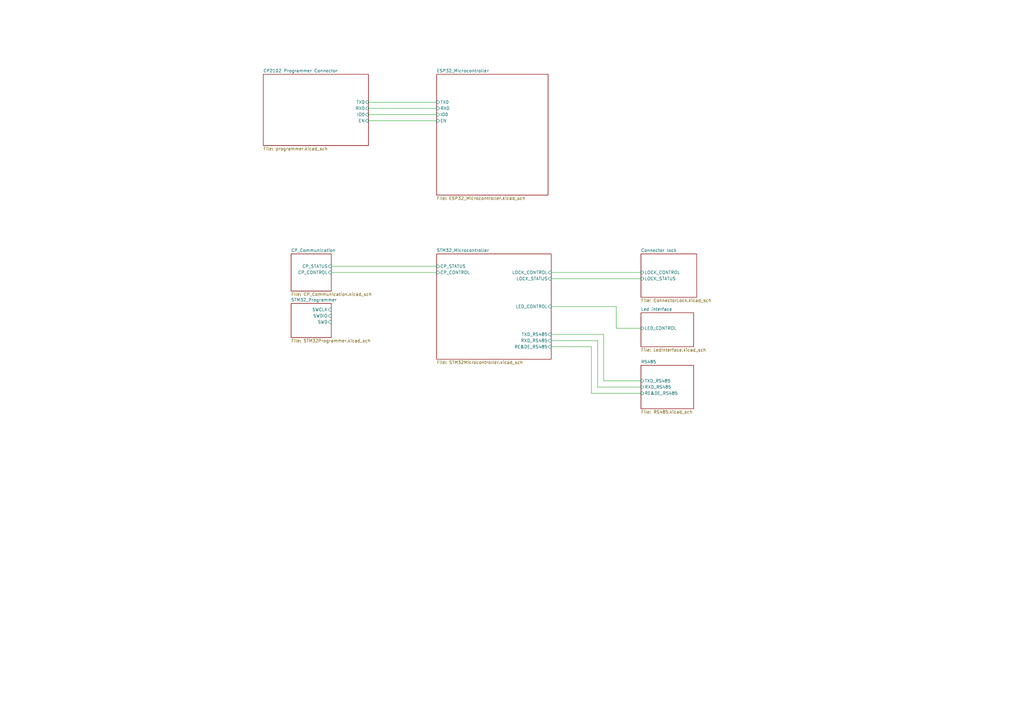
<source format=kicad_sch>
(kicad_sch (version 20230121) (generator eeschema)
  (paper "A3")
  (lib_symbols)
  (wire (pts (xy 242.57 142.24) (xy 242.57 161.29)))
  (wire (pts (xy 252.73 134.62) (xy 252.73 125.73)))
  (wire (pts (xy 151.13 46.99) (xy 179.07 46.99)))
  (wire (pts (xy 151.13 49.53) (xy 179.07 49.53)))
  (wire (pts (xy 135.89 109.22) (xy 179.07 109.22)))
  (wire (pts (xy 226.06 142.24) (xy 242.57 142.24)))
  (wire (pts (xy 262.89 134.62) (xy 252.73 134.62)))
  (wire (pts (xy 135.89 111.76) (xy 179.07 111.76)))
  (wire (pts (xy 252.73 125.73) (xy 226.06 125.73)))
  (wire (pts (xy 151.13 41.91) (xy 179.07 41.91)))
  (wire (pts (xy 245.11 158.75) (xy 245.11 139.7)))
  (wire (pts (xy 247.65 156.21) (xy 247.65 137.16)))
  (wire (pts (xy 226.06 114.3) (xy 262.89 114.3)))
  (wire (pts (xy 247.65 156.21) (xy 262.89 156.21)))
  (wire (pts (xy 245.11 139.7) (xy 226.06 139.7)))
  (wire (pts (xy 151.13 44.45) (xy 179.07 44.45)))
  (wire (pts (xy 247.65 137.16) (xy 226.06 137.16)))
  (wire (pts (xy 226.06 111.76) (xy 262.89 111.76)))
  (wire (pts (xy 262.89 158.75) (xy 245.11 158.75)))
  (wire (pts (xy 242.57 161.29) (xy 262.89 161.29)))
  (sheet (at 179.07 104.14) (size 46.99 43.18) (stroke (width 0.1524))
    (property "Sheetname" "STM32_Microcontroller" (at 179.07 103.4284 0) (effects (justify left bottom)))
    (property "Sheetfile" "STM32Microcontroller.kicad_sch" (at 179.07 147.9046 0) (effects (justify left top)))
    (pin "TXD_RS485" input (at 226.06 137.16 0))
    (pin "LOCK_STATUS" input (at 226.06 114.3 0))
    (pin "LOCK_CONTROL" input (at 226.06 111.76 0))
    (pin "RXD_RS485" input (at 226.06 139.7 0))
    (pin "CP_CONTROL" input (at 179.07 111.76 180))
    (pin "CP_STATUS" input (at 179.07 109.22 180))
    (pin "RE&DE_RS485" input (at 226.06 142.24 0))
    (pin "LED_CONTROL" input (at 226.06 125.73 0))
  )
  (sheet (at 262.89 149.86) (size 21.59 17.78) (stroke (width 0.1524))
    (property "Sheetname" "RS485" (at 262.89 149.1484 0) (effects (justify left bottom)))
    (property "Sheetfile" "RS485.kicad_sch" (at 262.89 168.2246 0) (effects (justify left top)))
    (pin "TXD_RS485" input (at 262.89 156.21 180))
    (pin "RXD_RS485" input (at 262.89 158.75 180))
    (pin "RE&DE_RS485" input (at 262.89 161.29 180))
  )
  (sheet (at 262.89 104.14) (size 22.86 17.78) (stroke (width 0.1524))
    (property "Sheetname" "Connector lock" (at 262.89 103.4284 0) (effects (justify left bottom)))
    (property "Sheetfile" "ConnectorLock.kicad_sch" (at 262.89 122.5046 0) (effects (justify left top)))
    (pin "LOCK_CONTROL" input (at 262.89 111.76 180))
    (pin "LOCK_STATUS" input (at 262.89 114.3 180))
  )
  (sheet (at 119.38 124.46) (size 16.51 13.97) (stroke (width 0.1524))
    (property "Sheetname" "STM32_Programmer" (at 119.38 123.7484 0) (effects (justify left bottom)))
    (property "Sheetfile" "STM32Programmer.kicad_sch" (at 119.38 139.0146 0) (effects (justify left top)))
    (pin "SWCLK" input (at 135.89 127 0))
    (pin "SWDIO" input (at 135.89 129.54 0))
    (pin "SWD" input (at 135.89 132.08 0))
  )
  (sheet (at 107.95 30.48) (size 43.18 29.21) (stroke (width 0.1524))
    (property "Sheetname" "CP2102 Programmer Connector" (at 107.95 29.7684 0) (effects (justify left bottom)))
    (property "Sheetfile" "programmer.kicad_sch" (at 107.95 60.2746 0) (effects (justify left top)))
    (pin "TX0" input (at 151.13 41.91 0))
    (pin "RX0" input (at 151.13 44.45 0))
    (pin "IO0" input (at 151.13 46.99 0))
    (pin "EN" input (at 151.13 49.53 0))
  )
  (sheet (at 262.89 128.27) (size 21.59 13.97) (stroke (width 0.1524))
    (property "Sheetname" "Led interface" (at 262.89 127.5584 0) (effects (justify left bottom)))
    (property "Sheetfile" "Ledinterface.kicad_sch" (at 262.89 142.8246 0) (effects (justify left top)))
    (pin "LED_CONTROL" input (at 262.89 134.62 180))
  )
  (sheet (at 119.38 104.14) (size 16.51 15.24) (stroke (width 0.1524))
    (property "Sheetname" "CP_Communication" (at 119.38 103.4284 0) (effects (justify left bottom)))
    (property "Sheetfile" "CP_Communication.kicad_sch" (at 119.38 119.9646 0) (effects (justify left top)))
    (pin "CP_CONTROL" input (at 135.89 111.76 0))
    (pin "CP_STATUS" input (at 135.89 109.22 0))
  )
  (sheet (at 179.07 30.48) (size 45.72 49.53) (stroke (width 0.1524))
    (property "Sheetname" "ESP32_Microcontroller" (at 179.07 29.7684 0) (effects (justify left bottom)))
    (property "Sheetfile" "ESP32_Microcontroller.kicad_sch" (at 179.07 80.5946 0) (effects (justify left top)))
    (pin "EN" input (at 179.07 49.53 180))
    (pin "RX0" input (at 179.07 44.45 180))
    (pin "IO0" input (at 179.07 46.99 180))
    (pin "TX0" input (at 179.07 41.91 180))
  )
)
</source>
